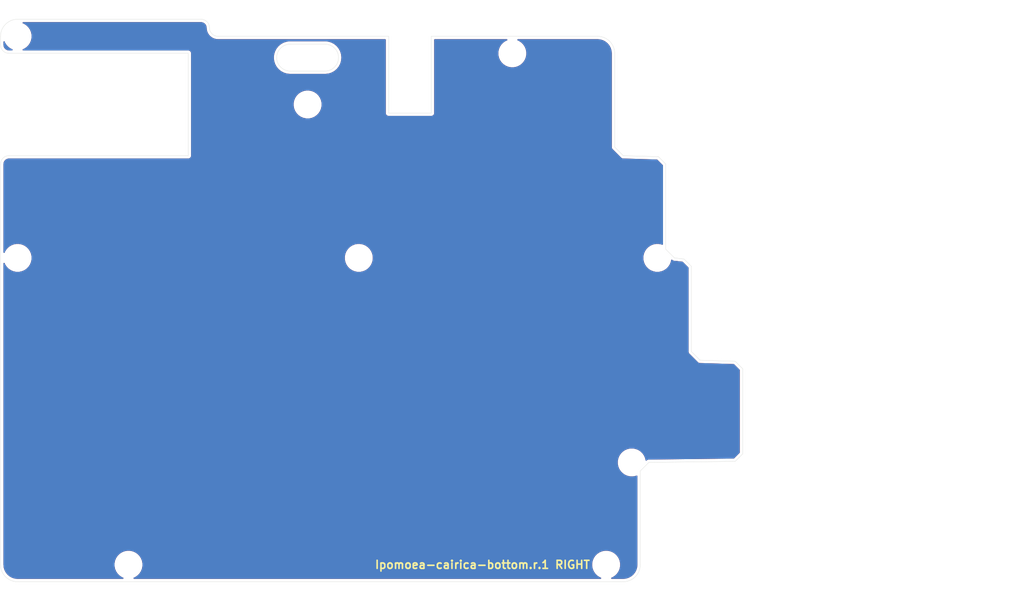
<source format=kicad_pcb>
(kicad_pcb (version 20171130) (host pcbnew "(5.1.5)-3")

  (general
    (thickness 1.6)
    (drawings 31)
    (tracks 0)
    (zones 0)
    (modules 13)
    (nets 1)
  )

  (page A4)
  (layers
    (0 F.Cu signal)
    (31 B.Cu signal)
    (32 B.Adhes user)
    (33 F.Adhes user)
    (34 B.Paste user)
    (35 F.Paste user)
    (36 B.SilkS user)
    (37 F.SilkS user)
    (38 B.Mask user)
    (39 F.Mask user)
    (40 Dwgs.User user)
    (41 Cmts.User user)
    (42 Eco1.User user)
    (43 Eco2.User user)
    (44 Edge.Cuts user)
    (45 Margin user)
    (46 B.CrtYd user)
    (47 F.CrtYd user)
    (48 B.Fab user)
    (49 F.Fab user)
  )

  (setup
    (last_trace_width 0.25)
    (trace_clearance 0.2)
    (zone_clearance 0.508)
    (zone_45_only no)
    (trace_min 0.2)
    (via_size 0.8)
    (via_drill 0.4)
    (via_min_size 0.4)
    (via_min_drill 0.3)
    (uvia_size 0.3)
    (uvia_drill 0.1)
    (uvias_allowed no)
    (uvia_min_size 0.2)
    (uvia_min_drill 0.1)
    (edge_width 0.05)
    (segment_width 0.2)
    (pcb_text_width 0.3)
    (pcb_text_size 1.5 1.5)
    (mod_edge_width 0.12)
    (mod_text_size 1 1)
    (mod_text_width 0.15)
    (pad_size 4.8 4.8)
    (pad_drill 2.2)
    (pad_to_mask_clearance 0.051)
    (solder_mask_min_width 0.25)
    (aux_axis_origin 0 0)
    (visible_elements 7FFFFFFF)
    (pcbplotparams
      (layerselection 0x010f0_ffffffff)
      (usegerberextensions true)
      (usegerberattributes false)
      (usegerberadvancedattributes false)
      (creategerberjobfile false)
      (excludeedgelayer true)
      (linewidth 0.100000)
      (plotframeref false)
      (viasonmask false)
      (mode 1)
      (useauxorigin false)
      (hpglpennumber 1)
      (hpglpenspeed 20)
      (hpglpendiameter 15.000000)
      (psnegative false)
      (psa4output false)
      (plotreference true)
      (plotvalue true)
      (plotinvisibletext false)
      (padsonsilk false)
      (subtractmaskfromsilk true)
      (outputformat 1)
      (mirror false)
      (drillshape 0)
      (scaleselection 1)
      (outputdirectory "../GERBER/Ipomoea-cairica-bottom_LEFT"))
  )

  (net 0 "")

  (net_class Default "これはデフォルトのネット クラスです。"
    (clearance 0.2)
    (trace_width 0.25)
    (via_dia 0.8)
    (via_drill 0.4)
    (uvia_dia 0.3)
    (uvia_drill 0.1)
  )

  (module Ipomoea-cairica:M2_SCREW_HOLE_CL (layer F.Cu) (tedit 5E5669A5) (tstamp 5E525633)
    (at 125.4125 117.475)
    (attr virtual)
    (fp_text reference M2_SPACER_HOLE_001 (at -0.95 -0.55) (layer F.Fab) hide
      (effects (font (size 1 1) (thickness 0.15)))
    )
    (fp_text value Val** (at 0 0.55) (layer F.Fab) hide
      (effects (font (size 1 1) (thickness 0.15)))
    )
    (pad "" np_thru_hole circle (at 0 0) (size 2.2 2.2) (drill 2.2) (layers *.Cu *.Mask)
      (clearance 1.5))
  )

  (module Ipomoea-cairica:M2_SCREW_HOLE_CL (layer F.Cu) (tedit 5E5669A5) (tstamp 5E530EA5)
    (at 69.85 31.75)
    (attr virtual)
    (fp_text reference M2_SPACER_HOLE_005 (at -0.95 -0.55) (layer F.Fab) hide
      (effects (font (size 1 1) (thickness 0.15)))
    )
    (fp_text value Val** (at 0 0.55) (layer F.Fab) hide
      (effects (font (size 1 1) (thickness 0.15)))
    )
    (pad "" np_thru_hole circle (at 0 0) (size 2.2 2.2) (drill 2.2) (layers *.Cu *.Mask)
      (clearance 1.5))
  )

  (module Ipomoea-cairica:M2_SCREW_HOLE_CL (layer F.Cu) (tedit 5E5669A5) (tstamp 5E530657)
    (at 107.95 22.225)
    (attr virtual)
    (fp_text reference M2_SPACER_HOLE_006 (at -0.95 -0.55) (layer F.Fab) hide
      (effects (font (size 1 1) (thickness 0.15)))
    )
    (fp_text value Val** (at 0 0.55) (layer F.Fab) hide
      (effects (font (size 1 1) (thickness 0.15)))
    )
    (pad "" np_thru_hole circle (at 0 0) (size 2.2 2.2) (drill 2.2) (layers *.Cu *.Mask)
      (clearance 1.5))
  )

  (module Ipomoea-cairica:M2_SCREW_HOLE_CL (layer F.Cu) (tedit 5E5669A5) (tstamp 5E5301F4)
    (at 36.5125 117.475)
    (attr virtual)
    (fp_text reference M2_SPACER_HOLE_008 (at -0.95 -0.55) (layer F.Fab) hide
      (effects (font (size 1 1) (thickness 0.15)))
    )
    (fp_text value Val** (at 0 0.55) (layer F.Fab) hide
      (effects (font (size 1 1) (thickness 0.15)))
    )
    (pad "" np_thru_hole circle (at 0 0) (size 2.2 2.2) (drill 2.2) (layers *.Cu *.Mask)
      (clearance 1.5))
  )

  (module Ipomoea-cairica:M2_SCREW_HOLE_CL (layer F.Cu) (tedit 5E5669A5) (tstamp 5E52F98F)
    (at 15.875 60.325)
    (attr virtual)
    (fp_text reference M2_SPACER_HOLE_015 (at -0.95 -0.55) (layer F.Fab) hide
      (effects (font (size 1 1) (thickness 0.15)))
    )
    (fp_text value Val** (at 0 0.55) (layer F.Fab) hide
      (effects (font (size 1 1) (thickness 0.15)))
    )
    (pad "" np_thru_hole circle (at 0 0) (size 2.2 2.2) (drill 2.2) (layers *.Cu *.Mask)
      (clearance 1.5))
  )

  (module Ipomoea-cairica:M2_SCREW_HOLE_CL (layer F.Cu) (tedit 5E5669A5) (tstamp 5E52F987)
    (at 79.375 60.325)
    (attr virtual)
    (fp_text reference M2_SPACER_HOLE_016 (at -0.95 -0.55) (layer F.Fab) hide
      (effects (font (size 1 1) (thickness 0.15)))
    )
    (fp_text value Val** (at 0 0.55) (layer F.Fab) hide
      (effects (font (size 1 1) (thickness 0.15)))
    )
    (pad "" np_thru_hole circle (at 0 0) (size 2.2 2.2) (drill 2.2) (layers *.Cu *.Mask)
      (clearance 1.5))
  )

  (module Ipomoea-cairica:M2_SCREW_HOLE_CL (layer F.Cu) (tedit 5E5669A5) (tstamp 5E52EBCC)
    (at 134.9375 60.325)
    (attr virtual)
    (fp_text reference M2_SPACER_HOLE_018 (at -0.95 -0.55) (layer F.Fab) hide
      (effects (font (size 1 1) (thickness 0.15)))
    )
    (fp_text value Val** (at 0 0.55) (layer F.Fab) hide
      (effects (font (size 1 1) (thickness 0.15)))
    )
    (pad "" np_thru_hole circle (at 0 0) (size 2.2 2.2) (drill 2.2) (layers *.Cu *.Mask)
      (clearance 1.5))
  )

  (module Ipomoea-cairica:M2_SCREW_HOLE_CL (layer F.Cu) (tedit 5E5669A5) (tstamp 5E52F33E)
    (at 130.175 98.425)
    (attr virtual)
    (fp_text reference M2_SPACER_HOLE_020 (at -0.95 -0.55) (layer F.Fab) hide
      (effects (font (size 1 1) (thickness 0.15)))
    )
    (fp_text value Val** (at 0 0.55) (layer F.Fab) hide
      (effects (font (size 1 1) (thickness 0.15)))
    )
    (pad "" np_thru_hole circle (at 0 0) (size 2.2 2.2) (drill 2.2) (layers *.Cu *.Mask)
      (clearance 1.5))
  )

  (module Ipomoea-cairica:M2_SCREW_HOLE_CL (layer F.Cu) (tedit 5E5669A5) (tstamp 5E52F997)
    (at 15.875 19.05)
    (attr virtual)
    (fp_text reference M2_SPACER_HOLE_014 (at -0.95 -0.55) (layer F.Fab) hide
      (effects (font (size 1 1) (thickness 0.15)))
    )
    (fp_text value Val** (at 0 0.55) (layer F.Fab) hide
      (effects (font (size 1 1) (thickness 0.15)))
    )
    (pad "" np_thru_hole circle (at 0 0) (size 2.2 2.2) (drill 2.2) (layers *.Cu *.Mask)
      (clearance 1.5))
  )

  (module Ipomoea-cairica:CUT_HOLE_CENTER_LEFT (layer F.Cu) (tedit 5E566026) (tstamp 5E52B174)
    (at 141.2875 69.85)
    (fp_text reference CUT_HOLE_CENTER (at 0 1.5875) (layer Dwgs.User)
      (effects (font (size 1 1) (thickness 0.15)))
    )
    (fp_text value CUT_HOLE_CENTER_LEFT (at 0 -1.5875) (layer Dwgs.User)
      (effects (font (size 1 1) (thickness 0.15)))
    )
    (fp_line (start -6.1495 -28.375) (end -4.7625 -26.9875) (layer Edge.Cuts) (width 0.05))
    (fp_line (start -1.387 -9.325) (end 0 -7.9375) (layer Edge.Cuts) (width 0.05))
    (fp_line (start 8.1375 28.3745) (end 9.525 26.9875) (layer Edge.Cuts) (width 0.05))
    (fp_line (start -9.525 30.1625) (end -7.9375 28.575) (layer Edge.Cuts) (width 0.05))
    (fp_line (start -14.2875 -30.1625) (end -12.7 -28.575) (layer Edge.Cuts) (width 0.05))
    (fp_line (start 8.138 9.725) (end 9.525 11.1125) (layer Edge.Cuts) (width 0.05))
    (fp_line (start -4.7625 -11.1125) (end -3.175 -9.525) (layer Edge.Cuts) (width 0.05))
    (fp_line (start -9.525 30.1625) (end -9.525 47.625) (layer Edge.Cuts) (width 0.05))
    (fp_line (start 8.1375 28.3745) (end -7.9375 28.575) (layer Edge.Cuts) (width 0.05))
    (fp_line (start 9.525 11.1125) (end 9.525 26.9875) (layer Edge.Cuts) (width 0.05))
    (fp_line (start 1.5875 9.525) (end 8.138 9.725) (layer Edge.Cuts) (width 0.05))
    (fp_line (start 0 7.9375) (end 1.5875 9.525) (layer Edge.Cuts) (width 0.05))
    (fp_line (start 0 -7.9375) (end 0 7.9375) (layer Edge.Cuts) (width 0.05))
    (fp_line (start -3.175 -9.525) (end -1.387 -9.325) (layer Edge.Cuts) (width 0.05))
    (fp_line (start -4.7625 -26.9875) (end -4.7625 -11.1125) (layer Edge.Cuts) (width 0.05))
    (fp_line (start -12.7 -28.575) (end -6.1495 -28.375) (layer Edge.Cuts) (width 0.05))
    (fp_line (start -14.2875 -47.625) (end -14.2875 -30.1625) (layer Edge.Cuts) (width 0.05))
  )

  (module Ipomoea-cairica:ResetSW_1side_HOLE (layer B.Cu) (tedit 5E52BCDB) (tstamp 5E52BBB9)
    (at 69.85 23.01875 180)
    (path /5E9EBF4D)
    (fp_text reference SW_RST1 (at 0 -2.55) (layer Dwgs.User) hide
      (effects (font (size 1 1) (thickness 0.15)))
    )
    (fp_text value SW_PUSH (at 0 2.55) (layer B.Fab)
      (effects (font (size 1 1) (thickness 0.15)) (justify mirror))
    )
    (fp_line (start -3.25 -2.5) (end 3.25 -2.5) (layer Edge.Cuts) (width 0.05))
    (fp_line (start -3.25 2.5) (end 3.25 2.5) (layer Edge.Cuts) (width 0.05))
    (fp_arc (start 3.25 0) (end 3.25 -2.5) (angle 180) (layer Edge.Cuts) (width 0.05))
    (fp_arc (start -3.25 0) (end -3.25 2.5) (angle 180) (layer Edge.Cuts) (width 0.05))
    (fp_circle (center -3.25 0) (end -2.25 0) (layer Dwgs.User) (width 0.12))
    (fp_circle (center 3.25 0) (end 4.25 0) (layer Dwgs.User) (width 0.12))
    (fp_text user RESET (at 0 0) (layer Dwgs.User)
      (effects (font (size 1 1) (thickness 0.15)))
    )
    (fp_line (start 3 1.75) (end 3 1.5) (layer Dwgs.User) (width 0.15))
    (fp_line (start -3 1.75) (end 3 1.75) (layer Dwgs.User) (width 0.15))
    (fp_line (start -3 1.75) (end -3 1.5) (layer Dwgs.User) (width 0.15))
    (fp_line (start -3 -1.75) (end -3 -1.5) (layer Dwgs.User) (width 0.15))
    (fp_line (start 3 -1.75) (end 3 -1.5) (layer Dwgs.User) (width 0.15))
    (fp_line (start -3 -1.75) (end 3 -1.75) (layer Dwgs.User) (width 0.15))
  )

  (module Ipomoea-cairica:ProMicro_Layout (layer F.Cu) (tedit 5E5274C1) (tstamp 5E5274DA)
    (at 31.75 32.015 90)
    (path /5E4FEF10)
    (fp_text reference U1 (at 0 0.5 90) (layer Dwgs.User)
      (effects (font (size 1 1) (thickness 0.15)))
    )
    (fp_text value ProMicro_Layout (at 0 -0.5 90) (layer F.Fab)
      (effects (font (size 1 1) (thickness 0.15)))
    )
    (fp_circle (center -7.62 13.97) (end -6.858 13.97) (layer Dwgs.User) (width 0.12))
    (fp_circle (center -7.62 11.43) (end -6.858 11.43) (layer Dwgs.User) (width 0.12))
    (fp_circle (center -7.62 6.35) (end -6.858 6.35) (layer Dwgs.User) (width 0.12))
    (fp_circle (center -7.62 -1.27) (end -6.858 -1.27) (layer Dwgs.User) (width 0.12))
    (fp_circle (center -7.62 1.27) (end -6.858 1.27) (layer Dwgs.User) (width 0.12))
    (fp_circle (center -7.62 8.89) (end -6.858 8.89) (layer Dwgs.User) (width 0.12))
    (fp_circle (center -7.62 3.81) (end -6.858 3.81) (layer Dwgs.User) (width 0.12))
    (fp_circle (center -7.62 -3.81) (end -6.858 -3.81) (layer Dwgs.User) (width 0.12))
    (fp_circle (center -7.62 -6.35) (end -6.858 -6.35) (layer Dwgs.User) (width 0.12))
    (fp_circle (center -7.62 -8.89) (end -6.858 -8.89) (layer Dwgs.User) (width 0.12))
    (fp_circle (center -7.62 -11.43) (end -6.858 -11.43) (layer Dwgs.User) (width 0.12))
    (fp_circle (center -7.62 -13.97) (end -6.858 -13.97) (layer Dwgs.User) (width 0.12))
    (fp_circle (center 7.62 13.97) (end 8.382 13.97) (layer Dwgs.User) (width 0.12))
    (fp_circle (center 7.62 11.43) (end 8.382 11.43) (layer Dwgs.User) (width 0.12))
    (fp_circle (center 7.62 8.89) (end 8.382 8.89) (layer Dwgs.User) (width 0.12))
    (fp_circle (center 7.62 -3.81) (end 8.382 -3.81) (layer Dwgs.User) (width 0.12))
    (fp_circle (center 7.62 6.35) (end 8.382 6.35) (layer Dwgs.User) (width 0.12))
    (fp_circle (center 7.62 3.81) (end 8.382 3.81) (layer Dwgs.User) (width 0.12))
    (fp_circle (center 7.62 -1.27) (end 8.382 -1.27) (layer Dwgs.User) (width 0.12))
    (fp_circle (center 7.62 1.27) (end 8.382 1.27) (layer Dwgs.User) (width 0.12))
    (fp_circle (center 7.62 -6.35) (end 8.382 -6.35) (layer Dwgs.User) (width 0.12))
    (fp_circle (center 7.62 -8.89) (end 8.382 -8.89) (layer Dwgs.User) (width 0.12))
    (fp_circle (center 7.62 -11.43) (end 8.382 -11.43) (layer Dwgs.User) (width 0.12))
    (fp_circle (center 7.62 -13.97) (end 8.382 -13.97) (layer Dwgs.User) (width 0.12))
    (fp_circle (center -7.62 -16.51) (end -6.858 -16.51) (layer Dwgs.User) (width 0.12))
    (fp_circle (center 7.62 -16.51) (end 8.382 -16.51) (layer Dwgs.User) (width 0.12))
    (fp_text user ProMicro (at 0 13.97 90 unlocked) (layer Dwgs.User)
      (effects (font (size 1 1) (thickness 0.15)) (justify mirror))
    )
    (fp_text user D3 (at 5.08 -13.97 90) (layer Dwgs.User)
      (effects (font (size 0.8 0.8) (thickness 0.15)) (justify mirror))
    )
    (fp_text user F6 (at -5.08 1.27 90 unlocked) (layer Dwgs.User)
      (effects (font (size 0.8 0.8) (thickness 0.15)) (justify mirror))
    )
    (fp_text user B3 (at -5.08 8.89 90 unlocked) (layer Dwgs.User)
      (effects (font (size 0.8 0.8) (thickness 0.15)) (justify mirror))
    )
    (fp_text user D0 (at 5.08 -1.27 90 unlocked) (layer Dwgs.User)
      (effects (font (size 0.8 0.8) (thickness 0.15)) (justify mirror))
    )
    (fp_text user D7 (at 5.08 6.35 90 unlocked) (layer Dwgs.User)
      (effects (font (size 0.8 0.8) (thickness 0.15)) (justify mirror))
    )
    (fp_text user C6 (at 5.08 3.81 90 unlocked) (layer Dwgs.User)
      (effects (font (size 0.8 0.8) (thickness 0.15)) (justify mirror))
    )
    (fp_text user F7 (at -5.08 3.81 90 unlocked) (layer Dwgs.User)
      (effects (font (size 0.8 0.8) (thickness 0.15)) (justify mirror))
    )
    (fp_text user B5 (at 5.08 13.97 90 unlocked) (layer Dwgs.User)
      (effects (font (size 0.8 0.8) (thickness 0.15)) (justify mirror))
    )
    (fp_text user B6 (at -5.08 13.97 90 unlocked) (layer Dwgs.User)
      (effects (font (size 0.8 0.8) (thickness 0.15)) (justify mirror))
    )
    (fp_text user D1 (at 5.08 -3.81 90 unlocked) (layer Dwgs.User)
      (effects (font (size 0.8 0.8) (thickness 0.15)) (justify mirror))
    )
    (fp_text user F5 (at -5.08 -1.27 90 unlocked) (layer Dwgs.User)
      (effects (font (size 0.8 0.8) (thickness 0.15)) (justify mirror))
    )
    (fp_text user B4 (at 5.08 11.43 90 unlocked) (layer Dwgs.User)
      (effects (font (size 0.8 0.8) (thickness 0.15)) (justify mirror))
    )
    (fp_text user F4 (at -5.08 -3.81 90 unlocked) (layer Dwgs.User)
      (effects (font (size 0.8 0.8) (thickness 0.15)) (justify mirror))
    )
    (fp_text user RST (at -5.08 -8.89 90 unlocked) (layer Dwgs.User)
      (effects (font (size 0.8 0.8) (thickness 0.15)) (justify mirror))
    )
    (fp_text user VCC (at -5.08 -6.35 90 unlocked) (layer Dwgs.User)
      (effects (font (size 0.8 0.8) (thickness 0.15)) (justify mirror))
    )
    (fp_text user GND (at -5.08 -11.43 90 unlocked) (layer Dwgs.User)
      (effects (font (size 0.8 0.8) (thickness 0.15)) (justify mirror))
    )
    (fp_text user GND (at 5.08 -6.35 90 unlocked) (layer Dwgs.User)
      (effects (font (size 0.8 0.8) (thickness 0.15)) (justify mirror))
    )
    (fp_text user E6 (at 5.08 8.89 90 unlocked) (layer Dwgs.User)
      (effects (font (size 0.8 0.8) (thickness 0.15)) (justify mirror))
    )
    (fp_text user D2 (at 5.08 -11.43 90 unlocked) (layer Dwgs.User)
      (effects (font (size 0.8 0.8) (thickness 0.15)) (justify mirror))
    )
    (fp_text user GND (at 5.08 -8.89 90 unlocked) (layer Dwgs.User)
      (effects (font (size 0.8 0.8) (thickness 0.15)) (justify mirror))
    )
    (fp_text user D4 (at 5.08 1.27 90 unlocked) (layer Dwgs.User)
      (effects (font (size 0.8 0.8) (thickness 0.15)) (justify mirror))
    )
    (fp_text user B2 (at -5.08 11.43 90 unlocked) (layer Dwgs.User)
      (effects (font (size 0.8 0.8) (thickness 0.15)) (justify mirror))
    )
    (fp_text user RAW (at -5.08 -13.97 90 unlocked) (layer Dwgs.User)
      (effects (font (size 0.8 0.8) (thickness 0.15)) (justify mirror))
    )
    (fp_text user B1 (at -5.08 6.35 90) (layer Dwgs.User)
      (effects (font (size 0.8 0.8) (thickness 0.15)) (justify mirror))
    )
    (fp_line (start 8.89 -17.78) (end 8.89 15.24) (layer Dwgs.User) (width 0.2))
    (fp_line (start -8.89 15.24) (end -8.89 -17.78) (layer Dwgs.User) (width 0.2))
    (fp_line (start 3.81 -19.05) (end -3.81 -19.05) (layer Dwgs.User) (width 0.2))
    (fp_line (start 8.89 15.24) (end -8.89 15.24) (layer Dwgs.User) (width 0.2))
    (fp_line (start -3.81 -19.05) (end -3.81 -15.24) (layer Dwgs.User) (width 0.2))
    (fp_line (start 3.81 -15.24) (end 3.81 -19.05) (layer Dwgs.User) (width 0.2))
    (fp_line (start -3.81 -15.24) (end 3.81 -15.24) (layer Dwgs.User) (width 0.2))
    (fp_line (start -8.89 -17.78) (end 8.89 -17.78) (layer Dwgs.User) (width 0.2))
  )

  (module Ipomoea-cairica:MJ-4PP-9_1side_Layout (layer B.Cu) (tedit 5E52751B) (tstamp 5E526C26)
    (at 88.9 20.6375 180)
    (path /5E676F2F)
    (fp_text reference J1 (at -0.85 -4.95) (layer B.Fab)
      (effects (font (size 1 1) (thickness 0.15)) (justify mirror))
    )
    (fp_text value MJ-4PP-9 (at 0 -14) (layer B.Fab) hide
      (effects (font (size 1 1) (thickness 0.15)) (justify mirror))
    )
    (fp_circle (center -2.1 -12.18) (end -1.25 -12.18) (layer Dwgs.User) (width 0.12))
    (fp_text user TRRS (at -0.75 -6.45) (layer Dwgs.User)
      (effects (font (size 1 1) (thickness 0.15)))
    )
    (fp_line (start -3 -12) (end -3 0) (layer Dwgs.User) (width 0.15))
    (fp_line (start 3 -12) (end -3 -12) (layer Dwgs.User) (width 0.15))
    (fp_line (start 3 0) (end 3 -12) (layer Dwgs.User) (width 0.15))
    (fp_line (start -3 0) (end 3 0) (layer Dwgs.User) (width 0.15))
    (model "../../../../../../Users/pluis/Documents/Magic Briefcase/Documents/KiCad/3d/AB2_TRS_3p5MM_PTH.wrl"
      (at (xyz 0 0 0))
      (scale (xyz 0.42 0.42 0.42))
      (rotate (xyz 0 0 90))
    )
  )

  (dimension 104.775 (width 0.15) (layer Dwgs.User)
    (gr_text "104.775 mm" (at 154.49375 68.2625 270) (layer Dwgs.User)
      (effects (font (size 1 1) (thickness 0.15)))
    )
    (feature1 (pts (xy 150.8125 120.65) (xy 153.780171 120.65)))
    (feature2 (pts (xy 150.8125 15.875) (xy 153.780171 15.875)))
    (crossbar (pts (xy 153.19375 15.875) (xy 153.19375 120.65)))
    (arrow1a (pts (xy 153.19375 120.65) (xy 152.607329 119.523496)))
    (arrow1b (pts (xy 153.19375 120.65) (xy 153.780171 119.523496)))
    (arrow2a (pts (xy 153.19375 15.875) (xy 152.607329 17.001504)))
    (arrow2b (pts (xy 153.19375 15.875) (xy 153.780171 17.001504)))
  )
  (dimension 138.1125 (width 0.15) (layer Dwgs.User)
    (gr_text "138.113 mm" (at 81.75625 12.9875) (layer Dwgs.User)
      (effects (font (size 1 1) (thickness 0.15)))
    )
    (feature1 (pts (xy 150.8125 15.875) (xy 150.8125 13.701079)))
    (feature2 (pts (xy 12.7 15.875) (xy 12.7 13.701079)))
    (crossbar (pts (xy 12.7 14.2875) (xy 150.8125 14.2875)))
    (arrow1a (pts (xy 150.8125 14.2875) (xy 149.685996 14.873921)))
    (arrow1b (pts (xy 150.8125 14.2875) (xy 149.685996 13.701079)))
    (arrow2a (pts (xy 12.7 14.2875) (xy 13.826504 14.873921)))
    (arrow2b (pts (xy 12.7 14.2875) (xy 13.826504 13.701079)))
  )
  (gr_arc (start 14.2875 42.8625) (end 14.2875 41.275) (angle -90) (layer Edge.Cuts) (width 0.05) (tstamp 5E55398C))
  (gr_line (start 12.7 19.05) (end 12.7 20.6375) (layer Edge.Cuts) (width 0.05) (tstamp 5E553989))
  (gr_arc (start 14.2875 20.6375) (end 12.7 20.6375) (angle -90) (layer Edge.Cuts) (width 0.05) (tstamp 5E55397B))
  (gr_arc (start 50.00625 17.4625) (end 51.59375 17.4625) (angle -90) (layer Edge.Cuts) (width 0.05) (tstamp 5E5538F6))
  (gr_line (start 53.18125 19.05) (end 65.0875 19.05) (layer Edge.Cuts) (width 0.05) (tstamp 5E5538F0))
  (gr_arc (start 53.18125 17.4625) (end 51.59375 17.4625) (angle -90) (layer Edge.Cuts) (width 0.05) (tstamp 5E5538EA))
  (gr_text "Ipomoea-cairica-bottom.r.1 RIGHT" (at 102.39375 117.475) (layer F.SilkS) (tstamp 5E5377A8)
    (effects (font (size 1.5 1.5) (thickness 0.3)))
  )
  (gr_text Ipomoea-cairica (at 102.39375 117.475) (layer B.Mask) (tstamp 5E5377A7)
    (effects (font (size 1.5 1.5) (thickness 0.3)) (justify mirror))
  )
  (gr_line (start 92.86875 33.3375) (end 92.86875 19.05) (layer Edge.Cuts) (width 0.05) (tstamp 5E5407E4))
  (gr_line (start 92.86875 33.3375) (end 84.93125 33.3375) (layer Edge.Cuts) (width 0.05) (tstamp 5E5407DF))
  (gr_line (start 84.93125 33.3375) (end 84.93125 19.05) (layer Edge.Cuts) (width 0.05) (tstamp 5E5407D7))
  (gr_line (start 92.86875 19.05) (end 123.825 19.05) (layer Edge.Cuts) (width 0.05) (tstamp 5E5407D4))
  (gr_line (start 65.0875 19.05) (end 84.93125 19.05) (layer Edge.Cuts) (width 0.05) (tstamp 5E5407AA))
  (gr_line (start 14.2875 22.225) (end 47.625 22.225) (layer Edge.Cuts) (width 0.05) (tstamp 5E53A486))
  (gr_line (start 47.625 41.275) (end 47.625 22.225) (layer Edge.Cuts) (width 0.05) (tstamp 5E53A483))
  (gr_line (start 47.625 41.275) (end 14.2875 41.275) (layer Edge.Cuts) (width 0.05) (tstamp 5E53A47F))
  (gr_arc (start 123.825 22.225) (end 127 22.225) (angle -90) (layer Edge.Cuts) (width 0.05) (tstamp 5E5346B4))
  (gr_arc (start 128.5875 117.475) (end 128.5875 120.65) (angle -90) (layer Edge.Cuts) (width 0.05) (tstamp 5E59374F))
  (gr_arc (start 15.875 19.05) (end 15.875 15.875) (angle -90) (layer Edge.Cuts) (width 0.05) (tstamp 5E59372F))
  (gr_arc (start 15.875 117.475) (end 12.7 117.475) (angle -90) (layer Edge.Cuts) (width 0.05) (tstamp 5E593724))
  (gr_line (start 15.875 120.65) (end 128.5875 120.65) (layer Edge.Cuts) (width 0.05) (tstamp 5E5935E2))
  (gr_line (start 15.875 15.875) (end 50.00625 15.875) (layer Edge.Cuts) (width 0.05))
  (gr_line (start 12.7 117.475) (end 12.7 42.8625) (layer Edge.Cuts) (width 0.05) (tstamp 5E55DE12))
  (gr_text "00 2u" (at 141.2875 122.2375) (layer Dwgs.User) (tstamp 5E54222F)
    (effects (font (size 1.5 1.5) (thickness 0.3)) (justify left))
  )
  (gr_text "JIS RSFT 1.75u\nUS MENU 1.25u" (at 111.125 122.2375) (layer Dwgs.User) (tstamp 5E54222B)
    (effects (font (size 1.5 1.5) (thickness 0.3)) (justify left))
  )
  (gr_text "JIS MHEN 1u\nUS RCTRL 1.25u" (at 82.55 122.2375) (layer Dwgs.User) (tstamp 5E542227)
    (effects (font (size 1.5 1.5) (thickness 0.3)) (justify left))
  )
  (gr_text "JIS ALT 1.25u\nUS ALT 1.25u" (at 60.325 122.2375) (layer Dwgs.User) (tstamp 5E542223)
    (effects (font (size 1.5 1.5) (thickness 0.3)) (justify left))
  )
  (gr_text "JIS GUI 1u\nUS GUI 1.25u" (at 46.0375 122.2375) (layer Dwgs.User) (tstamp 5E54221F)
    (effects (font (size 1.5 1.5) (thickness 0.3)))
  )
  (gr_text CTRL (at 22.225 122.2375) (layer Dwgs.User) (tstamp 5E54221C)
    (effects (font (size 1.5 1.5) (thickness 0.3)))
  )

  (zone (net 0) (net_name "") (layer B.Cu) (tstamp 5E56C12D) (hatch edge 0.508)
    (connect_pads (clearance 0.508))
    (min_thickness 0.254)
    (fill yes (arc_segments 32) (thermal_gap 0.508) (thermal_bridge_width 0.508))
    (polygon
      (pts
        (xy 203.2 120.65) (xy 12.7 120.65) (xy 12.7 15.875) (xy 203.2 15.875)
      )
    )
    (filled_polygon
      (pts
        (xy 50.185788 16.555769) (xy 50.358487 16.60791) (xy 50.517768 16.692602) (xy 50.657569 16.806619) (xy 50.772558 16.945617)
        (xy 50.85836 17.104305) (xy 50.911705 17.276635) (xy 50.936641 17.51389) (xy 50.936505 17.533399) (xy 50.937404 17.542571)
        (xy 50.969789 17.850698) (xy 50.981819 17.909304) (xy 50.993026 17.968056) (xy 50.99569 17.976878) (xy 51.087308 18.272848)
        (xy 51.110496 18.328011) (xy 51.132898 18.383457) (xy 51.137224 18.391593) (xy 51.284585 18.664131) (xy 51.318018 18.713698)
        (xy 51.350789 18.763777) (xy 51.356614 18.770918) (xy 51.554104 19.009643) (xy 51.596522 19.051765) (xy 51.638404 19.094535)
        (xy 51.645505 19.100409) (xy 51.885603 19.296226) (xy 51.935411 19.329318) (xy 51.984783 19.363124) (xy 51.992889 19.367507)
        (xy 52.266449 19.512962) (xy 52.321767 19.535762) (xy 52.376738 19.559323) (xy 52.385541 19.562048) (xy 52.682142 19.651597)
        (xy 52.74083 19.663217) (xy 52.799333 19.675653) (xy 52.808498 19.676616) (xy 53.116845 19.70685) (xy 53.116848 19.70685)
        (xy 53.148831 19.71) (xy 84.271251 19.71) (xy 84.27125 33.305081) (xy 84.268057 33.3375) (xy 84.2808 33.466883)
        (xy 84.31854 33.591293) (xy 84.379825 33.70595) (xy 84.462302 33.806448) (xy 84.5628 33.888925) (xy 84.677457 33.95021)
        (xy 84.801867 33.98795) (xy 84.93125 34.000693) (xy 84.963669 33.9975) (xy 92.836331 33.9975) (xy 92.86875 34.000693)
        (xy 92.901169 33.9975) (xy 92.998133 33.98795) (xy 93.122543 33.95021) (xy 93.2372 33.888925) (xy 93.337698 33.806448)
        (xy 93.420175 33.70595) (xy 93.48146 33.591293) (xy 93.5192 33.466883) (xy 93.531943 33.3375) (xy 93.52875 33.305081)
        (xy 93.52875 19.71) (xy 106.895752 19.71) (xy 106.658281 19.808364) (xy 106.211639 20.106801) (xy 105.831801 20.486639)
        (xy 105.533364 20.933281) (xy 105.327797 21.429563) (xy 105.223 21.956414) (xy 105.223 22.493586) (xy 105.327797 23.020437)
        (xy 105.533364 23.516719) (xy 105.831801 23.963361) (xy 106.211639 24.343199) (xy 106.658281 24.641636) (xy 107.154563 24.847203)
        (xy 107.681414 24.952) (xy 108.218586 24.952) (xy 108.745437 24.847203) (xy 109.241719 24.641636) (xy 109.688361 24.343199)
        (xy 110.068199 23.963361) (xy 110.366636 23.516719) (xy 110.572203 23.020437) (xy 110.677 22.493586) (xy 110.677 21.956414)
        (xy 110.572203 21.429563) (xy 110.366636 20.933281) (xy 110.068199 20.486639) (xy 109.688361 20.106801) (xy 109.241719 19.808364)
        (xy 109.004248 19.71) (xy 123.792722 19.71) (xy 124.312884 19.761002) (xy 124.782188 19.902694) (xy 125.215025 20.132837)
        (xy 125.594927 20.442678) (xy 125.907403 20.820397) (xy 126.140569 21.251627) (xy 126.285532 21.719928) (xy 126.34 22.238153)
        (xy 126.340001 39.655081) (xy 126.336808 39.6875) (xy 126.349551 39.816882) (xy 126.38729 39.941292) (xy 126.448575 40.05595)
        (xy 126.510386 40.131266) (xy 126.510389 40.131269) (xy 126.531053 40.156448) (xy 126.556232 40.177112) (xy 128.090746 41.711627)
        (xy 128.10446 41.729418) (xy 128.136585 41.757466) (xy 128.143733 41.764614) (xy 128.161047 41.778823) (xy 128.202394 41.814923)
        (xy 128.211192 41.819976) (xy 128.219049 41.826425) (xy 128.267526 41.852336) (xy 128.315127 41.879679) (xy 128.324748 41.882921)
        (xy 128.333707 41.88771) (xy 128.386274 41.903656) (xy 128.438327 41.921198) (xy 128.448401 41.922502) (xy 128.458117 41.925449)
        (xy 128.512766 41.930831) (xy 128.534955 41.933703) (xy 128.545051 41.934011) (xy 128.587499 41.938192) (xy 128.609857 41.93599)
        (xy 134.856257 42.126705) (xy 135.865 43.135811) (xy 135.865001 57.7575) (xy 135.732937 57.702797) (xy 135.206086 57.598)
        (xy 134.668914 57.598) (xy 134.142063 57.702797) (xy 133.645781 57.908364) (xy 133.199139 58.206801) (xy 132.819301 58.586639)
        (xy 132.520864 59.033281) (xy 132.315297 59.529563) (xy 132.2105 60.056414) (xy 132.2105 60.593586) (xy 132.315297 61.120437)
        (xy 132.520864 61.616719) (xy 132.819301 62.063361) (xy 133.199139 62.443199) (xy 133.645781 62.741636) (xy 134.142063 62.947203)
        (xy 134.668914 63.052) (xy 135.206086 63.052) (xy 135.732937 62.947203) (xy 136.229219 62.741636) (xy 136.675861 62.443199)
        (xy 137.055699 62.063361) (xy 137.354136 61.616719) (xy 137.559703 61.120437) (xy 137.628531 60.774412) (xy 137.642798 60.788678)
        (xy 137.685036 60.832049) (xy 137.715475 60.852975) (xy 137.744049 60.876425) (xy 137.768936 60.889727) (xy 137.792169 60.905699)
        (xy 137.826107 60.920285) (xy 137.858707 60.93771) (xy 137.885703 60.945899) (xy 137.911613 60.957035) (xy 137.947756 60.964722)
        (xy 137.983117 60.975449) (xy 138.04341 60.981387) (xy 139.597257 61.155196) (xy 140.6275 62.185811) (xy 140.627501 77.755081)
        (xy 140.624308 77.7875) (xy 140.637051 77.916882) (xy 140.67479 78.041292) (xy 140.736075 78.15595) (xy 140.797886 78.231266)
        (xy 140.797889 78.231269) (xy 140.818553 78.256448) (xy 140.843732 78.277112) (xy 142.378246 79.811627) (xy 142.39196 79.829418)
        (xy 142.424085 79.857466) (xy 142.431233 79.864614) (xy 142.448547 79.878823) (xy 142.489894 79.914923) (xy 142.498692 79.919976)
        (xy 142.506549 79.926425) (xy 142.555026 79.952336) (xy 142.602627 79.979679) (xy 142.612248 79.982921) (xy 142.621207 79.98771)
        (xy 142.673774 80.003656) (xy 142.725827 80.021198) (xy 142.735901 80.022502) (xy 142.745617 80.025449) (xy 142.800266 80.030831)
        (xy 142.822455 80.033703) (xy 142.832551 80.034011) (xy 142.874999 80.038192) (xy 142.897357 80.03599) (xy 149.143757 80.226705)
        (xy 150.1525 81.235811) (xy 150.152501 96.564048) (xy 149.148287 97.567901) (xy 133.378306 97.764596) (xy 133.349999 97.761808)
        (xy 133.313483 97.765404) (xy 133.309353 97.765456) (xy 133.281183 97.768586) (xy 133.220617 97.774551) (xy 133.216644 97.775756)
        (xy 133.212515 97.776215) (xy 133.154482 97.794613) (xy 133.096207 97.81229) (xy 133.092542 97.814249) (xy 133.088586 97.815503)
        (xy 133.035322 97.844833) (xy 132.981549 97.873575) (xy 132.978332 97.876215) (xy 132.974702 97.878214) (xy 132.9282 97.917358)
        (xy 132.906233 97.935386) (xy 132.903307 97.938312) (xy 132.87524 97.961938) (xy 132.865691 97.973874) (xy 132.797203 97.629563)
        (xy 132.591636 97.133281) (xy 132.293199 96.686639) (xy 131.913361 96.306801) (xy 131.466719 96.008364) (xy 130.970437 95.802797)
        (xy 130.443586 95.698) (xy 129.906414 95.698) (xy 129.379563 95.802797) (xy 128.883281 96.008364) (xy 128.436639 96.306801)
        (xy 128.056801 96.686639) (xy 127.758364 97.133281) (xy 127.552797 97.629563) (xy 127.448 98.156414) (xy 127.448 98.693586)
        (xy 127.552797 99.220437) (xy 127.758364 99.716719) (xy 128.056801 100.163361) (xy 128.436639 100.543199) (xy 128.883281 100.841636)
        (xy 129.379563 101.047203) (xy 129.906414 101.152) (xy 130.443586 101.152) (xy 130.970437 101.047203) (xy 131.1025 100.992501)
        (xy 131.102501 117.442712) (xy 131.051498 117.962883) (xy 130.909807 118.432186) (xy 130.679661 118.865028) (xy 130.369823 119.244927)
        (xy 129.9921 119.557406) (xy 129.560873 119.790569) (xy 129.092573 119.935532) (xy 128.574347 119.99) (xy 126.466748 119.99)
        (xy 126.704219 119.891636) (xy 127.150861 119.593199) (xy 127.530699 119.213361) (xy 127.829136 118.766719) (xy 128.034703 118.270437)
        (xy 128.1395 117.743586) (xy 128.1395 117.206414) (xy 128.034703 116.679563) (xy 127.829136 116.183281) (xy 127.530699 115.736639)
        (xy 127.150861 115.356801) (xy 126.704219 115.058364) (xy 126.207937 114.852797) (xy 125.681086 114.748) (xy 125.143914 114.748)
        (xy 124.617063 114.852797) (xy 124.120781 115.058364) (xy 123.674139 115.356801) (xy 123.294301 115.736639) (xy 122.995864 116.183281)
        (xy 122.790297 116.679563) (xy 122.6855 117.206414) (xy 122.6855 117.743586) (xy 122.790297 118.270437) (xy 122.995864 118.766719)
        (xy 123.294301 119.213361) (xy 123.674139 119.593199) (xy 124.120781 119.891636) (xy 124.358252 119.99) (xy 37.566748 119.99)
        (xy 37.804219 119.891636) (xy 38.250861 119.593199) (xy 38.630699 119.213361) (xy 38.929136 118.766719) (xy 39.134703 118.270437)
        (xy 39.2395 117.743586) (xy 39.2395 117.206414) (xy 39.134703 116.679563) (xy 38.929136 116.183281) (xy 38.630699 115.736639)
        (xy 38.250861 115.356801) (xy 37.804219 115.058364) (xy 37.307937 114.852797) (xy 36.781086 114.748) (xy 36.243914 114.748)
        (xy 35.717063 114.852797) (xy 35.220781 115.058364) (xy 34.774139 115.356801) (xy 34.394301 115.736639) (xy 34.095864 116.183281)
        (xy 33.890297 116.679563) (xy 33.7855 117.206414) (xy 33.7855 117.743586) (xy 33.890297 118.270437) (xy 34.095864 118.766719)
        (xy 34.394301 119.213361) (xy 34.774139 119.593199) (xy 35.220781 119.891636) (xy 35.458252 119.99) (xy 15.907278 119.99)
        (xy 15.387117 119.938998) (xy 14.917814 119.797307) (xy 14.484972 119.567161) (xy 14.105073 119.257323) (xy 13.792594 118.8796)
        (xy 13.559431 118.448373) (xy 13.414468 117.980073) (xy 13.36 117.461847) (xy 13.36 61.379248) (xy 13.458364 61.616719)
        (xy 13.756801 62.063361) (xy 14.136639 62.443199) (xy 14.583281 62.741636) (xy 15.079563 62.947203) (xy 15.606414 63.052)
        (xy 16.143586 63.052) (xy 16.670437 62.947203) (xy 17.166719 62.741636) (xy 17.613361 62.443199) (xy 17.993199 62.063361)
        (xy 18.291636 61.616719) (xy 18.497203 61.120437) (xy 18.602 60.593586) (xy 18.602 60.056414) (xy 76.648 60.056414)
        (xy 76.648 60.593586) (xy 76.752797 61.120437) (xy 76.958364 61.616719) (xy 77.256801 62.063361) (xy 77.636639 62.443199)
        (xy 78.083281 62.741636) (xy 78.579563 62.947203) (xy 79.106414 63.052) (xy 79.643586 63.052) (xy 80.170437 62.947203)
        (xy 80.666719 62.741636) (xy 81.113361 62.443199) (xy 81.493199 62.063361) (xy 81.791636 61.616719) (xy 81.997203 61.120437)
        (xy 82.102 60.593586) (xy 82.102 60.056414) (xy 81.997203 59.529563) (xy 81.791636 59.033281) (xy 81.493199 58.586639)
        (xy 81.113361 58.206801) (xy 80.666719 57.908364) (xy 80.170437 57.702797) (xy 79.643586 57.598) (xy 79.106414 57.598)
        (xy 78.579563 57.702797) (xy 78.083281 57.908364) (xy 77.636639 58.206801) (xy 77.256801 58.586639) (xy 76.958364 59.033281)
        (xy 76.752797 59.529563) (xy 76.648 60.056414) (xy 18.602 60.056414) (xy 18.497203 59.529563) (xy 18.291636 59.033281)
        (xy 17.993199 58.586639) (xy 17.613361 58.206801) (xy 17.166719 57.908364) (xy 16.670437 57.702797) (xy 16.143586 57.598)
        (xy 15.606414 57.598) (xy 15.079563 57.702797) (xy 14.583281 57.908364) (xy 14.136639 58.206801) (xy 13.756801 58.586639)
        (xy 13.458364 59.033281) (xy 13.36 59.270752) (xy 13.36 42.894779) (xy 13.380769 42.682962) (xy 13.43291 42.510263)
        (xy 13.517602 42.350982) (xy 13.631619 42.211181) (xy 13.770617 42.096192) (xy 13.929305 42.01039) (xy 14.101635 41.957045)
        (xy 14.31138 41.935) (xy 47.592581 41.935) (xy 47.625 41.938193) (xy 47.657419 41.935) (xy 47.754383 41.92545)
        (xy 47.878793 41.88771) (xy 47.99345 41.826425) (xy 48.093948 41.743948) (xy 48.176425 41.64345) (xy 48.23771 41.528793)
        (xy 48.27545 41.404383) (xy 48.288193 41.275) (xy 48.285 41.242581) (xy 48.285 31.481414) (xy 67.123 31.481414)
        (xy 67.123 32.018586) (xy 67.227797 32.545437) (xy 67.433364 33.041719) (xy 67.731801 33.488361) (xy 68.111639 33.868199)
        (xy 68.558281 34.166636) (xy 69.054563 34.372203) (xy 69.581414 34.477) (xy 70.118586 34.477) (xy 70.645437 34.372203)
        (xy 71.141719 34.166636) (xy 71.588361 33.868199) (xy 71.968199 33.488361) (xy 72.266636 33.041719) (xy 72.472203 32.545437)
        (xy 72.577 32.018586) (xy 72.577 31.481414) (xy 72.472203 30.954563) (xy 72.266636 30.458281) (xy 71.968199 30.011639)
        (xy 71.588361 29.631801) (xy 71.141719 29.333364) (xy 70.645437 29.127797) (xy 70.118586 29.023) (xy 69.581414 29.023)
        (xy 69.054563 29.127797) (xy 68.558281 29.333364) (xy 68.111639 29.631801) (xy 67.731801 30.011639) (xy 67.433364 30.458281)
        (xy 67.227797 30.954563) (xy 67.123 31.481414) (xy 48.285 31.481414) (xy 48.285 22.976385) (xy 63.442777 22.976385)
        (xy 63.443195 23.036203) (xy 63.442777 23.096021) (xy 63.443677 23.105192) (xy 63.494678 23.590434) (xy 63.506699 23.648997)
        (xy 63.517914 23.70779) (xy 63.520578 23.716612) (xy 63.664858 24.182706) (xy 63.688033 24.237836) (xy 63.710447 24.293315)
        (xy 63.714774 24.301451) (xy 63.946838 24.730644) (xy 63.980271 24.780211) (xy 64.013042 24.83029) (xy 64.018867 24.837431)
        (xy 64.329875 25.213377) (xy 64.372311 25.255517) (xy 64.414174 25.298267) (xy 64.421275 25.304141) (xy 64.799382 25.612517)
        (xy 64.849191 25.645609) (xy 64.898563 25.679416) (xy 64.906667 25.683797) (xy 64.906675 25.683801) (xy 65.337473 25.912861)
        (xy 65.392788 25.93566) (xy 65.44776 25.959221) (xy 65.456563 25.961946) (xy 65.923652 26.102969) (xy 65.982369 26.114595)
        (xy 66.040845 26.127025) (xy 66.050009 26.127988) (xy 66.535596 26.1756) (xy 66.535598 26.1756) (xy 66.567581 26.17875)
        (xy 73.132419 26.17875) (xy 73.134718 26.178524) (xy 73.139519 26.17849) (xy 73.169333 26.175356) (xy 73.199309 26.175356)
        (xy 73.208474 26.174393) (xy 73.693348 26.120006) (xy 73.751863 26.107568) (xy 73.81054 26.09595) (xy 73.819343 26.093225)
        (xy 74.284419 25.945694) (xy 74.339391 25.922133) (xy 74.394706 25.899334) (xy 74.402812 25.894951) (xy 74.830374 25.659897)
        (xy 74.879736 25.626098) (xy 74.929558 25.592997) (xy 74.936658 25.587123) (xy 75.310423 25.273497) (xy 75.352286 25.230747)
        (xy 75.394721 25.188608) (xy 75.400545 25.181467) (xy 75.706274 24.801217) (xy 75.739034 24.751154) (xy 75.772479 24.70157)
        (xy 75.776805 24.693433) (xy 76.002854 24.261041) (xy 76.02525 24.205609) (xy 76.048444 24.150433) (xy 76.051107 24.141611)
        (xy 76.188865 23.673548) (xy 76.200066 23.614829) (xy 76.212103 23.556192) (xy 76.213002 23.547021) (xy 76.257223 23.061115)
        (xy 76.256805 23.001297) (xy 76.257223 22.94148) (xy 76.256323 22.932308) (xy 76.205322 22.447066) (xy 76.193302 22.38851)
        (xy 76.182086 22.329709) (xy 76.179422 22.320888) (xy 76.035142 21.854794) (xy 76.011954 21.799631) (xy 75.989552 21.744185)
        (xy 75.985226 21.736049) (xy 75.753162 21.306856) (xy 75.719729 21.257289) (xy 75.686958 21.20721) (xy 75.681134 21.200069)
        (xy 75.370125 20.824124) (xy 75.327708 20.782002) (xy 75.285826 20.739233) (xy 75.278725 20.73336) (xy 74.900618 20.424983)
        (xy 74.850809 20.391891) (xy 74.801437 20.358084) (xy 74.793331 20.353702) (xy 74.362527 20.12464) (xy 74.307233 20.101849)
        (xy 74.25224 20.078279) (xy 74.243437 20.075554) (xy 73.776347 19.934531) (xy 73.717653 19.922909) (xy 73.659156 19.910475)
        (xy 73.649991 19.909512) (xy 73.164405 19.8619) (xy 73.164402 19.8619) (xy 73.132419 19.85875) (xy 66.567581 19.85875)
        (xy 66.565282 19.858976) (xy 66.560481 19.85901) (xy 66.530667 19.862144) (xy 66.500691 19.862144) (xy 66.491526 19.863107)
        (xy 66.006652 19.917494) (xy 65.948137 19.929932) (xy 65.88946 19.94155) (xy 65.880657 19.944275) (xy 65.415581 20.091806)
        (xy 65.360609 20.115367) (xy 65.305294 20.138166) (xy 65.297188 20.142549) (xy 64.869625 20.377603) (xy 64.820269 20.411398)
        (xy 64.770442 20.444503) (xy 64.763342 20.450377) (xy 64.389578 20.764003) (xy 64.347734 20.806733) (xy 64.305279 20.848892)
        (xy 64.299455 20.856034) (xy 63.993726 21.236283) (xy 63.960966 21.286346) (xy 63.927521 21.33593) (xy 63.923195 21.344067)
        (xy 63.697146 21.776459) (xy 63.674767 21.83185) (xy 63.651556 21.887067) (xy 63.648893 21.895889) (xy 63.511135 22.363952)
        (xy 63.499934 22.422671) (xy 63.487897 22.481308) (xy 63.486998 22.490479) (xy 63.442777 22.976385) (xy 48.285 22.976385)
        (xy 48.285 22.257419) (xy 48.288193 22.225) (xy 48.27545 22.095617) (xy 48.23771 21.971207) (xy 48.176425 21.85655)
        (xy 48.093948 21.756052) (xy 47.99345 21.673575) (xy 47.878793 21.61229) (xy 47.754383 21.57455) (xy 47.689402 21.56815)
        (xy 47.625 21.561807) (xy 47.592581 21.565) (xy 16.929248 21.565) (xy 17.166719 21.466636) (xy 17.613361 21.168199)
        (xy 17.993199 20.788361) (xy 18.291636 20.341719) (xy 18.497203 19.845437) (xy 18.602 19.318586) (xy 18.602 18.781414)
        (xy 18.497203 18.254563) (xy 18.291636 17.758281) (xy 17.993199 17.311639) (xy 17.613361 16.931801) (xy 17.166719 16.633364)
        (xy 16.929248 16.535) (xy 49.973971 16.535)
      )
    )
    (filled_polygon
      (pts
        (xy 13.458364 20.341719) (xy 13.756801 20.788361) (xy 14.136639 21.168199) (xy 14.583281 21.466636) (xy 14.820752 21.565)
        (xy 14.31978 21.565) (xy 14.107962 21.544231) (xy 13.935264 21.492091) (xy 13.775982 21.407399) (xy 13.636179 21.293378)
        (xy 13.521194 21.154385) (xy 13.43539 20.995695) (xy 13.382045 20.823365) (xy 13.36 20.613619) (xy 13.36 20.104248)
      )
    )
  )
  (zone (net 0) (net_name "") (layer F.Cu) (tstamp 5E56C12A) (hatch edge 0.508)
    (connect_pads (clearance 0.508))
    (min_thickness 0.254)
    (fill yes (arc_segments 32) (thermal_gap 0.508) (thermal_bridge_width 0.508))
    (polygon
      (pts
        (xy 203.2 120.65) (xy 12.7 120.65) (xy 12.7 15.875) (xy 203.2 15.875)
      )
    )
    (filled_polygon
      (pts
        (xy 50.185788 16.555769) (xy 50.358487 16.60791) (xy 50.517768 16.692602) (xy 50.657569 16.806619) (xy 50.772558 16.945617)
        (xy 50.85836 17.104305) (xy 50.911705 17.276635) (xy 50.936641 17.51389) (xy 50.936505 17.533399) (xy 50.937404 17.542571)
        (xy 50.969789 17.850698) (xy 50.981819 17.909304) (xy 50.993026 17.968056) (xy 50.99569 17.976878) (xy 51.087308 18.272848)
        (xy 51.110496 18.328011) (xy 51.132898 18.383457) (xy 51.137224 18.391593) (xy 51.284585 18.664131) (xy 51.318018 18.713698)
        (xy 51.350789 18.763777) (xy 51.356614 18.770918) (xy 51.554104 19.009643) (xy 51.596522 19.051765) (xy 51.638404 19.094535)
        (xy 51.645505 19.100409) (xy 51.885603 19.296226) (xy 51.935411 19.329318) (xy 51.984783 19.363124) (xy 51.992889 19.367507)
        (xy 52.266449 19.512962) (xy 52.321767 19.535762) (xy 52.376738 19.559323) (xy 52.385541 19.562048) (xy 52.682142 19.651597)
        (xy 52.74083 19.663217) (xy 52.799333 19.675653) (xy 52.808498 19.676616) (xy 53.116845 19.70685) (xy 53.116848 19.70685)
        (xy 53.148831 19.71) (xy 84.271251 19.71) (xy 84.27125 33.305081) (xy 84.268057 33.3375) (xy 84.2808 33.466883)
        (xy 84.31854 33.591293) (xy 84.379825 33.70595) (xy 84.462302 33.806448) (xy 84.5628 33.888925) (xy 84.677457 33.95021)
        (xy 84.801867 33.98795) (xy 84.93125 34.000693) (xy 84.963669 33.9975) (xy 92.836331 33.9975) (xy 92.86875 34.000693)
        (xy 92.901169 33.9975) (xy 92.998133 33.98795) (xy 93.122543 33.95021) (xy 93.2372 33.888925) (xy 93.337698 33.806448)
        (xy 93.420175 33.70595) (xy 93.48146 33.591293) (xy 93.5192 33.466883) (xy 93.531943 33.3375) (xy 93.52875 33.305081)
        (xy 93.52875 19.71) (xy 106.895752 19.71) (xy 106.658281 19.808364) (xy 106.211639 20.106801) (xy 105.831801 20.486639)
        (xy 105.533364 20.933281) (xy 105.327797 21.429563) (xy 105.223 21.956414) (xy 105.223 22.493586) (xy 105.327797 23.020437)
        (xy 105.533364 23.516719) (xy 105.831801 23.963361) (xy 106.211639 24.343199) (xy 106.658281 24.641636) (xy 107.154563 24.847203)
        (xy 107.681414 24.952) (xy 108.218586 24.952) (xy 108.745437 24.847203) (xy 109.241719 24.641636) (xy 109.688361 24.343199)
        (xy 110.068199 23.963361) (xy 110.366636 23.516719) (xy 110.572203 23.020437) (xy 110.677 22.493586) (xy 110.677 21.956414)
        (xy 110.572203 21.429563) (xy 110.366636 20.933281) (xy 110.068199 20.486639) (xy 109.688361 20.106801) (xy 109.241719 19.808364)
        (xy 109.004248 19.71) (xy 123.792722 19.71) (xy 124.312884 19.761002) (xy 124.782188 19.902694) (xy 125.215025 20.132837)
        (xy 125.594927 20.442678) (xy 125.907403 20.820397) (xy 126.140569 21.251627) (xy 126.285532 21.719928) (xy 126.34 22.238153)
        (xy 126.340001 39.655081) (xy 126.336808 39.6875) (xy 126.349551 39.816882) (xy 126.38729 39.941292) (xy 126.448575 40.05595)
        (xy 126.510386 40.131266) (xy 126.510389 40.131269) (xy 126.531053 40.156448) (xy 126.556232 40.177112) (xy 128.090746 41.711627)
        (xy 128.10446 41.729418) (xy 128.136585 41.757466) (xy 128.143733 41.764614) (xy 128.161047 41.778823) (xy 128.202394 41.814923)
        (xy 128.211192 41.819976) (xy 128.219049 41.826425) (xy 128.267526 41.852336) (xy 128.315127 41.879679) (xy 128.324748 41.882921)
        (xy 128.333707 41.88771) (xy 128.386274 41.903656) (xy 128.438327 41.921198) (xy 128.448401 41.922502) (xy 128.458117 41.925449)
        (xy 128.512766 41.930831) (xy 128.534955 41.933703) (xy 128.545051 41.934011) (xy 128.587499 41.938192) (xy 128.609857 41.93599)
        (xy 134.856257 42.126705) (xy 135.865 43.135811) (xy 135.865001 57.7575) (xy 135.732937 57.702797) (xy 135.206086 57.598)
        (xy 134.668914 57.598) (xy 134.142063 57.702797) (xy 133.645781 57.908364) (xy 133.199139 58.206801) (xy 132.819301 58.586639)
        (xy 132.520864 59.033281) (xy 132.315297 59.529563) (xy 132.2105 60.056414) (xy 132.2105 60.593586) (xy 132.315297 61.120437)
        (xy 132.520864 61.616719) (xy 132.819301 62.063361) (xy 133.199139 62.443199) (xy 133.645781 62.741636) (xy 134.142063 62.947203)
        (xy 134.668914 63.052) (xy 135.206086 63.052) (xy 135.732937 62.947203) (xy 136.229219 62.741636) (xy 136.675861 62.443199)
        (xy 137.055699 62.063361) (xy 137.354136 61.616719) (xy 137.559703 61.120437) (xy 137.628531 60.774412) (xy 137.642798 60.788678)
        (xy 137.685036 60.832049) (xy 137.715475 60.852975) (xy 137.744049 60.876425) (xy 137.768936 60.889727) (xy 137.792169 60.905699)
        (xy 137.826107 60.920285) (xy 137.858707 60.93771) (xy 137.885703 60.945899) (xy 137.911613 60.957035) (xy 137.947756 60.964722)
        (xy 137.983117 60.975449) (xy 138.04341 60.981387) (xy 139.597257 61.155196) (xy 140.6275 62.185811) (xy 140.627501 77.755081)
        (xy 140.624308 77.7875) (xy 140.637051 77.916882) (xy 140.67479 78.041292) (xy 140.736075 78.15595) (xy 140.797886 78.231266)
        (xy 140.797889 78.231269) (xy 140.818553 78.256448) (xy 140.843732 78.277112) (xy 142.378246 79.811627) (xy 142.39196 79.829418)
        (xy 142.424085 79.857466) (xy 142.431233 79.864614) (xy 142.448547 79.878823) (xy 142.489894 79.914923) (xy 142.498692 79.919976)
        (xy 142.506549 79.926425) (xy 142.555026 79.952336) (xy 142.602627 79.979679) (xy 142.612248 79.982921) (xy 142.621207 79.98771)
        (xy 142.673774 80.003656) (xy 142.725827 80.021198) (xy 142.735901 80.022502) (xy 142.745617 80.025449) (xy 142.800266 80.030831)
        (xy 142.822455 80.033703) (xy 142.832551 80.034011) (xy 142.874999 80.038192) (xy 142.897357 80.03599) (xy 149.143757 80.226705)
        (xy 150.1525 81.235811) (xy 150.152501 96.564048) (xy 149.148287 97.567901) (xy 133.378306 97.764596) (xy 133.349999 97.761808)
        (xy 133.313483 97.765404) (xy 133.309353 97.765456) (xy 133.281183 97.768586) (xy 133.220617 97.774551) (xy 133.216644 97.775756)
        (xy 133.212515 97.776215) (xy 133.154482 97.794613) (xy 133.096207 97.81229) (xy 133.092542 97.814249) (xy 133.088586 97.815503)
        (xy 133.035322 97.844833) (xy 132.981549 97.873575) (xy 132.978332 97.876215) (xy 132.974702 97.878214) (xy 132.9282 97.917358)
        (xy 132.906233 97.935386) (xy 132.903307 97.938312) (xy 132.87524 97.961938) (xy 132.865691 97.973874) (xy 132.797203 97.629563)
        (xy 132.591636 97.133281) (xy 132.293199 96.686639) (xy 131.913361 96.306801) (xy 131.466719 96.008364) (xy 130.970437 95.802797)
        (xy 130.443586 95.698) (xy 129.906414 95.698) (xy 129.379563 95.802797) (xy 128.883281 96.008364) (xy 128.436639 96.306801)
        (xy 128.056801 96.686639) (xy 127.758364 97.133281) (xy 127.552797 97.629563) (xy 127.448 98.156414) (xy 127.448 98.693586)
        (xy 127.552797 99.220437) (xy 127.758364 99.716719) (xy 128.056801 100.163361) (xy 128.436639 100.543199) (xy 128.883281 100.841636)
        (xy 129.379563 101.047203) (xy 129.906414 101.152) (xy 130.443586 101.152) (xy 130.970437 101.047203) (xy 131.1025 100.992501)
        (xy 131.102501 117.442712) (xy 131.051498 117.962883) (xy 130.909807 118.432186) (xy 130.679661 118.865028) (xy 130.369823 119.244927)
        (xy 129.9921 119.557406) (xy 129.560873 119.790569) (xy 129.092573 119.935532) (xy 128.574347 119.99) (xy 126.466748 119.99)
        (xy 126.704219 119.891636) (xy 127.150861 119.593199) (xy 127.530699 119.213361) (xy 127.829136 118.766719) (xy 128.034703 118.270437)
        (xy 128.1395 117.743586) (xy 128.1395 117.206414) (xy 128.034703 116.679563) (xy 127.829136 116.183281) (xy 127.530699 115.736639)
        (xy 127.150861 115.356801) (xy 126.704219 115.058364) (xy 126.207937 114.852797) (xy 125.681086 114.748) (xy 125.143914 114.748)
        (xy 124.617063 114.852797) (xy 124.120781 115.058364) (xy 123.674139 115.356801) (xy 123.294301 115.736639) (xy 122.995864 116.183281)
        (xy 122.790297 116.679563) (xy 122.6855 117.206414) (xy 122.6855 117.743586) (xy 122.790297 118.270437) (xy 122.995864 118.766719)
        (xy 123.294301 119.213361) (xy 123.674139 119.593199) (xy 124.120781 119.891636) (xy 124.358252 119.99) (xy 37.566748 119.99)
        (xy 37.804219 119.891636) (xy 38.250861 119.593199) (xy 38.630699 119.213361) (xy 38.929136 118.766719) (xy 39.134703 118.270437)
        (xy 39.2395 117.743586) (xy 39.2395 117.206414) (xy 39.134703 116.679563) (xy 38.929136 116.183281) (xy 38.630699 115.736639)
        (xy 38.250861 115.356801) (xy 37.804219 115.058364) (xy 37.307937 114.852797) (xy 36.781086 114.748) (xy 36.243914 114.748)
        (xy 35.717063 114.852797) (xy 35.220781 115.058364) (xy 34.774139 115.356801) (xy 34.394301 115.736639) (xy 34.095864 116.183281)
        (xy 33.890297 116.679563) (xy 33.7855 117.206414) (xy 33.7855 117.743586) (xy 33.890297 118.270437) (xy 34.095864 118.766719)
        (xy 34.394301 119.213361) (xy 34.774139 119.593199) (xy 35.220781 119.891636) (xy 35.458252 119.99) (xy 15.907278 119.99)
        (xy 15.387117 119.938998) (xy 14.917814 119.797307) (xy 14.484972 119.567161) (xy 14.105073 119.257323) (xy 13.792594 118.8796)
        (xy 13.559431 118.448373) (xy 13.414468 117.980073) (xy 13.36 117.461847) (xy 13.36 61.379248) (xy 13.458364 61.616719)
        (xy 13.756801 62.063361) (xy 14.136639 62.443199) (xy 14.583281 62.741636) (xy 15.079563 62.947203) (xy 15.606414 63.052)
        (xy 16.143586 63.052) (xy 16.670437 62.947203) (xy 17.166719 62.741636) (xy 17.613361 62.443199) (xy 17.993199 62.063361)
        (xy 18.291636 61.616719) (xy 18.497203 61.120437) (xy 18.602 60.593586) (xy 18.602 60.056414) (xy 76.648 60.056414)
        (xy 76.648 60.593586) (xy 76.752797 61.120437) (xy 76.958364 61.616719) (xy 77.256801 62.063361) (xy 77.636639 62.443199)
        (xy 78.083281 62.741636) (xy 78.579563 62.947203) (xy 79.106414 63.052) (xy 79.643586 63.052) (xy 80.170437 62.947203)
        (xy 80.666719 62.741636) (xy 81.113361 62.443199) (xy 81.493199 62.063361) (xy 81.791636 61.616719) (xy 81.997203 61.120437)
        (xy 82.102 60.593586) (xy 82.102 60.056414) (xy 81.997203 59.529563) (xy 81.791636 59.033281) (xy 81.493199 58.586639)
        (xy 81.113361 58.206801) (xy 80.666719 57.908364) (xy 80.170437 57.702797) (xy 79.643586 57.598) (xy 79.106414 57.598)
        (xy 78.579563 57.702797) (xy 78.083281 57.908364) (xy 77.636639 58.206801) (xy 77.256801 58.586639) (xy 76.958364 59.033281)
        (xy 76.752797 59.529563) (xy 76.648 60.056414) (xy 18.602 60.056414) (xy 18.497203 59.529563) (xy 18.291636 59.033281)
        (xy 17.993199 58.586639) (xy 17.613361 58.206801) (xy 17.166719 57.908364) (xy 16.670437 57.702797) (xy 16.143586 57.598)
        (xy 15.606414 57.598) (xy 15.079563 57.702797) (xy 14.583281 57.908364) (xy 14.136639 58.206801) (xy 13.756801 58.586639)
        (xy 13.458364 59.033281) (xy 13.36 59.270752) (xy 13.36 42.894779) (xy 13.380769 42.682962) (xy 13.43291 42.510263)
        (xy 13.517602 42.350982) (xy 13.631619 42.211181) (xy 13.770617 42.096192) (xy 13.929305 42.01039) (xy 14.101635 41.957045)
        (xy 14.31138 41.935) (xy 47.592581 41.935) (xy 47.625 41.938193) (xy 47.657419 41.935) (xy 47.754383 41.92545)
        (xy 47.878793 41.88771) (xy 47.99345 41.826425) (xy 48.093948 41.743948) (xy 48.176425 41.64345) (xy 48.23771 41.528793)
        (xy 48.27545 41.404383) (xy 48.288193 41.275) (xy 48.285 41.242581) (xy 48.285 31.481414) (xy 67.123 31.481414)
        (xy 67.123 32.018586) (xy 67.227797 32.545437) (xy 67.433364 33.041719) (xy 67.731801 33.488361) (xy 68.111639 33.868199)
        (xy 68.558281 34.166636) (xy 69.054563 34.372203) (xy 69.581414 34.477) (xy 70.118586 34.477) (xy 70.645437 34.372203)
        (xy 71.141719 34.166636) (xy 71.588361 33.868199) (xy 71.968199 33.488361) (xy 72.266636 33.041719) (xy 72.472203 32.545437)
        (xy 72.577 32.018586) (xy 72.577 31.481414) (xy 72.472203 30.954563) (xy 72.266636 30.458281) (xy 71.968199 30.011639)
        (xy 71.588361 29.631801) (xy 71.141719 29.333364) (xy 70.645437 29.127797) (xy 70.118586 29.023) (xy 69.581414 29.023)
        (xy 69.054563 29.127797) (xy 68.558281 29.333364) (xy 68.111639 29.631801) (xy 67.731801 30.011639) (xy 67.433364 30.458281)
        (xy 67.227797 30.954563) (xy 67.123 31.481414) (xy 48.285 31.481414) (xy 48.285 22.976385) (xy 63.442777 22.976385)
        (xy 63.443195 23.036203) (xy 63.442777 23.096021) (xy 63.443677 23.105192) (xy 63.494678 23.590434) (xy 63.506699 23.648997)
        (xy 63.517914 23.70779) (xy 63.520578 23.716612) (xy 63.664858 24.182706) (xy 63.688033 24.237836) (xy 63.710447 24.293315)
        (xy 63.714774 24.301451) (xy 63.946838 24.730644) (xy 63.980271 24.780211) (xy 64.013042 24.83029) (xy 64.018867 24.837431)
        (xy 64.329875 25.213377) (xy 64.372311 25.255517) (xy 64.414174 25.298267) (xy 64.421275 25.304141) (xy 64.799382 25.612517)
        (xy 64.849191 25.645609) (xy 64.898563 25.679416) (xy 64.906667 25.683797) (xy 64.906675 25.683801) (xy 65.337473 25.912861)
        (xy 65.392788 25.93566) (xy 65.44776 25.959221) (xy 65.456563 25.961946) (xy 65.923652 26.102969) (xy 65.982369 26.114595)
        (xy 66.040845 26.127025) (xy 66.050009 26.127988) (xy 66.535596 26.1756) (xy 66.535598 26.1756) (xy 66.567581 26.17875)
        (xy 73.132419 26.17875) (xy 73.134718 26.178524) (xy 73.139519 26.17849) (xy 73.169333 26.175356) (xy 73.199309 26.175356)
        (xy 73.208474 26.174393) (xy 73.693348 26.120006) (xy 73.751863 26.107568) (xy 73.81054 26.09595) (xy 73.819343 26.093225)
        (xy 74.284419 25.945694) (xy 74.339391 25.922133) (xy 74.394706 25.899334) (xy 74.402812 25.894951) (xy 74.830374 25.659897)
        (xy 74.879736 25.626098) (xy 74.929558 25.592997) (xy 74.936658 25.587123) (xy 75.310423 25.273497) (xy 75.352286 25.230747)
        (xy 75.394721 25.188608) (xy 75.400545 25.181467) (xy 75.706274 24.801217) (xy 75.739034 24.751154) (xy 75.772479 24.70157)
        (xy 75.776805 24.693433) (xy 76.002854 24.261041) (xy 76.02525 24.205609) (xy 76.048444 24.150433) (xy 76.051107 24.141611)
        (xy 76.188865 23.673548) (xy 76.200066 23.614829) (xy 76.212103 23.556192) (xy 76.213002 23.547021) (xy 76.257223 23.061115)
        (xy 76.256805 23.001297) (xy 76.257223 22.94148) (xy 76.256323 22.932308) (xy 76.205322 22.447066) (xy 76.193302 22.38851)
        (xy 76.182086 22.329709) (xy 76.179422 22.320888) (xy 76.035142 21.854794) (xy 76.011954 21.799631) (xy 75.989552 21.744185)
        (xy 75.985226 21.736049) (xy 75.753162 21.306856) (xy 75.719729 21.257289) (xy 75.686958 21.20721) (xy 75.681134 21.200069)
        (xy 75.370125 20.824124) (xy 75.327708 20.782002) (xy 75.285826 20.739233) (xy 75.278725 20.73336) (xy 74.900618 20.424983)
        (xy 74.850809 20.391891) (xy 74.801437 20.358084) (xy 74.793331 20.353702) (xy 74.362527 20.12464) (xy 74.307233 20.101849)
        (xy 74.25224 20.078279) (xy 74.243437 20.075554) (xy 73.776347 19.934531) (xy 73.717653 19.922909) (xy 73.659156 19.910475)
        (xy 73.649991 19.909512) (xy 73.164405 19.8619) (xy 73.164402 19.8619) (xy 73.132419 19.85875) (xy 66.567581 19.85875)
        (xy 66.565282 19.858976) (xy 66.560481 19.85901) (xy 66.530667 19.862144) (xy 66.500691 19.862144) (xy 66.491526 19.863107)
        (xy 66.006652 19.917494) (xy 65.948137 19.929932) (xy 65.88946 19.94155) (xy 65.880657 19.944275) (xy 65.415581 20.091806)
        (xy 65.360609 20.115367) (xy 65.305294 20.138166) (xy 65.297188 20.142549) (xy 64.869625 20.377603) (xy 64.820269 20.411398)
        (xy 64.770442 20.444503) (xy 64.763342 20.450377) (xy 64.389578 20.764003) (xy 64.347734 20.806733) (xy 64.305279 20.848892)
        (xy 64.299455 20.856034) (xy 63.993726 21.236283) (xy 63.960966 21.286346) (xy 63.927521 21.33593) (xy 63.923195 21.344067)
        (xy 63.697146 21.776459) (xy 63.674767 21.83185) (xy 63.651556 21.887067) (xy 63.648893 21.895889) (xy 63.511135 22.363952)
        (xy 63.499934 22.422671) (xy 63.487897 22.481308) (xy 63.486998 22.490479) (xy 63.442777 22.976385) (xy 48.285 22.976385)
        (xy 48.285 22.257419) (xy 48.288193 22.225) (xy 48.27545 22.095617) (xy 48.23771 21.971207) (xy 48.176425 21.85655)
        (xy 48.093948 21.756052) (xy 47.99345 21.673575) (xy 47.878793 21.61229) (xy 47.754383 21.57455) (xy 47.689402 21.56815)
        (xy 47.625 21.561807) (xy 47.592581 21.565) (xy 16.929248 21.565) (xy 17.166719 21.466636) (xy 17.613361 21.168199)
        (xy 17.993199 20.788361) (xy 18.291636 20.341719) (xy 18.497203 19.845437) (xy 18.602 19.318586) (xy 18.602 18.781414)
        (xy 18.497203 18.254563) (xy 18.291636 17.758281) (xy 17.993199 17.311639) (xy 17.613361 16.931801) (xy 17.166719 16.633364)
        (xy 16.929248 16.535) (xy 49.973971 16.535)
      )
    )
    (filled_polygon
      (pts
        (xy 13.458364 20.341719) (xy 13.756801 20.788361) (xy 14.136639 21.168199) (xy 14.583281 21.466636) (xy 14.820752 21.565)
        (xy 14.31978 21.565) (xy 14.107962 21.544231) (xy 13.935264 21.492091) (xy 13.775982 21.407399) (xy 13.636179 21.293378)
        (xy 13.521194 21.154385) (xy 13.43539 20.995695) (xy 13.382045 20.823365) (xy 13.36 20.613619) (xy 13.36 20.104248)
      )
    )
  )
)

</source>
